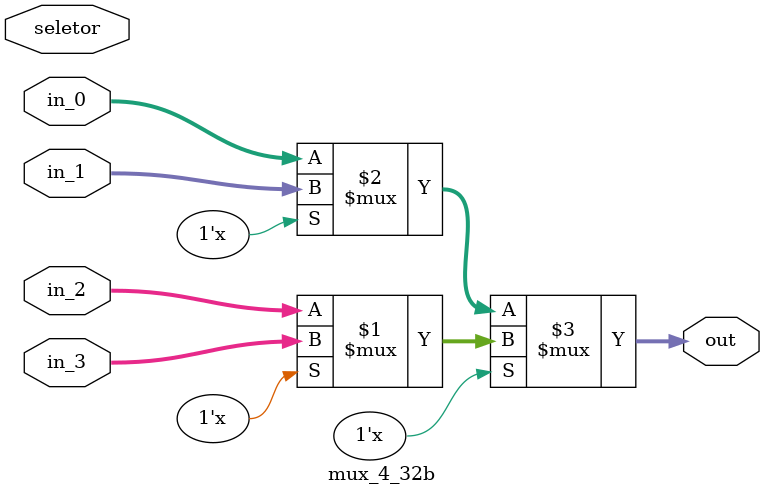
<source format=v>
module mux_4_32b(
    input wire [1:0] seletor,
    input wire [31:0] in_0 ,    // PC
    input wire [31:0] in_1 ,    // A
    input wire [31:0] in_2 ,    // B
    input wire [31:0] in_3  ,   // ALU_Out
    output wire [31:0] out
);

    assign out = (selector[1] ? (selector[0] ? in_3 : in_2) : (selector[0] ? in_1 : in_0));

endmodule

</source>
